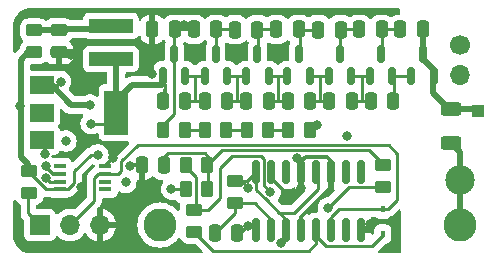
<source format=gtl>
G04 #@! TF.GenerationSoftware,KiCad,Pcbnew,8.99.0-1513-g7fef6e8d83*
G04 #@! TF.CreationDate,2024-06-23T17:30:35+12:00*
G04 #@! TF.ProjectId,SafePulse,53616665-5075-46c7-9365-2e6b69636164,V1.2.4*
G04 #@! TF.SameCoordinates,PX78d49e0PY49c7f08*
G04 #@! TF.FileFunction,Copper,L1,Top*
G04 #@! TF.FilePolarity,Positive*
%FSLAX46Y46*%
G04 Gerber Fmt 4.6, Leading zero omitted, Abs format (unit mm)*
G04 Created by KiCad (PCBNEW 8.99.0-1513-g7fef6e8d83) date 2024-06-23 17:30:35*
%MOMM*%
%LPD*%
G01*
G04 APERTURE LIST*
G04 Aperture macros list*
%AMRoundRect*
0 Rectangle with rounded corners*
0 $1 Rounding radius*
0 $2 $3 $4 $5 $6 $7 $8 $9 X,Y pos of 4 corners*
0 Add a 4 corners polygon primitive as box body*
4,1,4,$2,$3,$4,$5,$6,$7,$8,$9,$2,$3,0*
0 Add four circle primitives for the rounded corners*
1,1,$1+$1,$2,$3*
1,1,$1+$1,$4,$5*
1,1,$1+$1,$6,$7*
1,1,$1+$1,$8,$9*
0 Add four rect primitives between the rounded corners*
20,1,$1+$1,$2,$3,$4,$5,0*
20,1,$1+$1,$4,$5,$6,$7,0*
20,1,$1+$1,$6,$7,$8,$9,0*
20,1,$1+$1,$8,$9,$2,$3,0*%
G04 Aperture macros list end*
G04 #@! TA.AperFunction,SMDPad,CuDef*
%ADD10R,1.075000X0.450000*%
G04 #@! TD*
G04 #@! TA.AperFunction,SMDPad,CuDef*
%ADD11RoundRect,0.250000X-0.250000X-0.475000X0.250000X-0.475000X0.250000X0.475000X-0.250000X0.475000X0*%
G04 #@! TD*
G04 #@! TA.AperFunction,SMDPad,CuDef*
%ADD12RoundRect,0.250000X0.450000X-0.262500X0.450000X0.262500X-0.450000X0.262500X-0.450000X-0.262500X0*%
G04 #@! TD*
G04 #@! TA.AperFunction,ComponentPad*
%ADD13C,1.700000*%
G04 #@! TD*
G04 #@! TA.AperFunction,ComponentPad*
%ADD14O,1.700000X1.700000*%
G04 #@! TD*
G04 #@! TA.AperFunction,ComponentPad*
%ADD15C,2.500000*%
G04 #@! TD*
G04 #@! TA.AperFunction,ComponentPad*
%ADD16C,2.800000*%
G04 #@! TD*
G04 #@! TA.AperFunction,SMDPad,CuDef*
%ADD17RoundRect,0.150000X0.150000X-0.587500X0.150000X0.587500X-0.150000X0.587500X-0.150000X-0.587500X0*%
G04 #@! TD*
G04 #@! TA.AperFunction,SMDPad,CuDef*
%ADD18RoundRect,0.250000X-0.450000X0.262500X-0.450000X-0.262500X0.450000X-0.262500X0.450000X0.262500X0*%
G04 #@! TD*
G04 #@! TA.AperFunction,SMDPad,CuDef*
%ADD19RoundRect,0.250000X0.262500X0.450000X-0.262500X0.450000X-0.262500X-0.450000X0.262500X-0.450000X0*%
G04 #@! TD*
G04 #@! TA.AperFunction,SMDPad,CuDef*
%ADD20RoundRect,0.250000X-0.475000X0.250000X-0.475000X-0.250000X0.475000X-0.250000X0.475000X0.250000X0*%
G04 #@! TD*
G04 #@! TA.AperFunction,ComponentPad*
%ADD21R,1.700000X1.700000*%
G04 #@! TD*
G04 #@! TA.AperFunction,SMDPad,CuDef*
%ADD22RoundRect,0.250000X-0.625000X0.312500X-0.625000X-0.312500X0.625000X-0.312500X0.625000X0.312500X0*%
G04 #@! TD*
G04 #@! TA.AperFunction,SMDPad,CuDef*
%ADD23R,3.700000X1.200000*%
G04 #@! TD*
G04 #@! TA.AperFunction,SMDPad,CuDef*
%ADD24RoundRect,0.250000X-0.262500X-0.450000X0.262500X-0.450000X0.262500X0.450000X-0.262500X0.450000X0*%
G04 #@! TD*
G04 #@! TA.AperFunction,SMDPad,CuDef*
%ADD25RoundRect,0.150000X0.150000X-0.825000X0.150000X0.825000X-0.150000X0.825000X-0.150000X-0.825000X0*%
G04 #@! TD*
G04 #@! TA.AperFunction,SMDPad,CuDef*
%ADD26R,2.000000X1.500000*%
G04 #@! TD*
G04 #@! TA.AperFunction,SMDPad,CuDef*
%ADD27R,2.000000X3.800000*%
G04 #@! TD*
G04 #@! TA.AperFunction,SMDPad,CuDef*
%ADD28R,0.450000X0.600000*%
G04 #@! TD*
G04 #@! TA.AperFunction,SMDPad,CuDef*
%ADD29R,1.000000X1.000000*%
G04 #@! TD*
G04 #@! TA.AperFunction,SMDPad,CuDef*
%ADD30RoundRect,0.250000X0.250000X0.475000X-0.250000X0.475000X-0.250000X-0.475000X0.250000X-0.475000X0*%
G04 #@! TD*
G04 #@! TA.AperFunction,ViaPad*
%ADD31C,0.800000*%
G04 #@! TD*
G04 #@! TA.AperFunction,Conductor*
%ADD32C,0.330200*%
G04 #@! TD*
G04 #@! TA.AperFunction,Conductor*
%ADD33C,0.250000*%
G04 #@! TD*
G04 #@! TA.AperFunction,Conductor*
%ADD34C,0.500000*%
G04 #@! TD*
G04 APERTURE END LIST*
D10*
X7338000Y4825000D03*
X7338000Y5475000D03*
X7338000Y6125000D03*
X7338000Y6775000D03*
X3462000Y6775000D03*
X3462000Y6125000D03*
X3462000Y5475000D03*
X3462000Y4825000D03*
D11*
X19268666Y12315000D03*
X21168666Y12315000D03*
D12*
X900000Y4537500D03*
X900000Y6362500D03*
D13*
X37360000Y17040000D03*
D14*
X37360000Y14500000D03*
D11*
X15748333Y12315000D03*
X17648333Y12315000D03*
D15*
X37360000Y5610000D03*
D16*
X37360000Y1800000D03*
D17*
X29750000Y14427500D03*
X31650000Y14427500D03*
X30700000Y16302500D03*
X15750000Y14427500D03*
X17650000Y14427500D03*
X16700000Y16302500D03*
D11*
X21830000Y18365000D03*
X23730000Y18365000D03*
X22788999Y12315000D03*
X24688999Y12315000D03*
D18*
X30820000Y6845000D03*
X30820000Y5020000D03*
D11*
X18320000Y18355000D03*
X20220000Y18355000D03*
D17*
X12228000Y14451500D03*
X14128000Y14451500D03*
X13178000Y16326500D03*
D19*
X21124498Y9845000D03*
X19299498Y9845000D03*
D12*
X1320000Y16452500D03*
X1320000Y18277500D03*
D19*
X24651499Y9845000D03*
X22826499Y9845000D03*
D18*
X18320000Y5507500D03*
X18320000Y3682500D03*
D11*
X26309332Y12315000D03*
X28209332Y12315000D03*
D17*
X22750000Y14427500D03*
X24650000Y14427500D03*
X23700000Y16302500D03*
D16*
X11960000Y1800000D03*
D17*
X26250000Y14427500D03*
X28150000Y14427500D03*
X27200000Y16302500D03*
D11*
X11330000Y18375000D03*
X13230000Y18375000D03*
D20*
X3400000Y18315000D03*
X3400000Y16415000D03*
D21*
X1800000Y1800000D03*
D14*
X4340000Y1800000D03*
X6880000Y1800000D03*
D22*
X36598000Y11644500D03*
X36598000Y8719500D03*
D11*
X29829665Y12315000D03*
X31729665Y12315000D03*
D19*
X15982500Y4845000D03*
X14157500Y4845000D03*
D11*
X12228000Y12315000D03*
X14128000Y12315000D03*
X25360000Y18355000D03*
X27260000Y18355000D03*
D23*
X7800000Y18665000D03*
X7800000Y15865000D03*
D12*
X14850000Y1237500D03*
X14850000Y3062500D03*
D24*
X12245500Y9845000D03*
X14070500Y9845000D03*
D11*
X32320000Y18365000D03*
X34220000Y18365000D03*
D19*
X17597499Y9845000D03*
X15772499Y9845000D03*
X15982500Y6845000D03*
X14157500Y6845000D03*
D11*
X28840000Y18365000D03*
X30740000Y18365000D03*
D25*
X20125000Y1370000D03*
X21395000Y1370000D03*
X22665000Y1370000D03*
X23935000Y1370000D03*
X25205000Y1370000D03*
X26475000Y1370000D03*
X27745000Y1370000D03*
X29015000Y1370000D03*
X29015000Y6320000D03*
X27745000Y6320000D03*
X26475000Y6320000D03*
X25205000Y6320000D03*
X23935000Y6320000D03*
X22665000Y6320000D03*
X21395000Y6320000D03*
X20125000Y6320000D03*
D26*
X1976000Y13625000D03*
X1976000Y9025000D03*
D27*
X8276000Y11325000D03*
D26*
X1976000Y11325000D03*
D17*
X33250000Y14427500D03*
X35150000Y14427500D03*
X34200000Y16302500D03*
D28*
X30820000Y1045000D03*
X30820000Y3145000D03*
D29*
X38884000Y11452000D03*
D30*
X12320000Y6845000D03*
X10420000Y6845000D03*
D11*
X14830000Y18375000D03*
X16730000Y18375000D03*
D17*
X19268666Y14427500D03*
X21168666Y14427500D03*
X20218666Y16302500D03*
D11*
X16620000Y1095000D03*
X18520000Y1095000D03*
D31*
X19446747Y1733798D03*
X18500000Y16251183D03*
X27800000Y9365000D03*
X23550000Y7463500D03*
X2250000Y7800000D03*
X15000000Y16300000D03*
X22161441Y16315130D03*
X11301303Y14625832D03*
X29750000Y1850000D03*
X7950000Y7450000D03*
X23900000Y4900000D03*
X5300000Y5000000D03*
X9400000Y6800000D03*
X4450000Y16200000D03*
X6150000Y10400000D03*
X100000Y11900000D03*
X12934500Y4848000D03*
X9064700Y5423900D03*
X6700000Y7750000D03*
X19450000Y4950000D03*
X22250000Y251500D03*
X2300000Y6800000D03*
X4000000Y8900000D03*
X2300000Y5800000D03*
X14000000Y18700000D03*
X6030000Y11970000D03*
X3550000Y13950000D03*
X21320000Y4595000D03*
X26219800Y3233400D03*
X25300000Y10300000D03*
D32*
X2250000Y7800000D02*
X2250000Y8751000D01*
X11320000Y14644529D02*
X11320000Y18335000D01*
X23900000Y4900000D02*
X23345000Y4345000D01*
D33*
X2346000Y9025000D02*
X2390000Y9025000D01*
D32*
X26475000Y6320000D02*
X26475000Y5000000D01*
X23935000Y2460000D02*
X23935000Y1370000D01*
X29750000Y1850000D02*
X29270000Y1370000D01*
X19446747Y1733798D02*
X18807949Y1095000D01*
X11301303Y14625832D02*
X11320000Y14644529D01*
D33*
X2346000Y9025000D02*
X2390000Y9025000D01*
D32*
X9445000Y6845000D02*
X10420000Y6845000D01*
X18807949Y1095000D02*
X18520000Y1095000D01*
D33*
X2390000Y9025000D02*
X2727000Y9025000D01*
D32*
X21395000Y5770000D02*
X21395000Y6320000D01*
X7338000Y6838000D02*
X7338000Y6775000D01*
X29270000Y1370000D02*
X29015000Y1370000D01*
X24300000Y7595000D02*
X26130000Y7595000D01*
X22820000Y4345000D02*
X21395000Y5770000D01*
D34*
X4450000Y16200000D02*
X4015000Y16200000D01*
D32*
X11320000Y18335000D02*
X11350000Y18365000D01*
X20125000Y1370000D02*
X20125000Y675000D01*
D33*
X1976000Y9025000D02*
X2346000Y9025000D01*
D34*
X4015000Y16200000D02*
X3800000Y16415000D01*
D33*
X1976000Y9025000D02*
X2346000Y9025000D01*
D32*
X23820000Y1485000D02*
X23935000Y1370000D01*
X20125000Y1370000D02*
X19761202Y1733798D01*
X2250000Y8751000D02*
X1976000Y9025000D01*
X19761202Y1733798D02*
X19446747Y1733798D01*
X11350000Y18365000D02*
X11350000Y18715000D01*
X26130000Y7595000D02*
X26475000Y7250000D01*
X11350000Y18365000D02*
X11350000Y18625000D01*
X23935000Y7230000D02*
X24300000Y7595000D01*
X7950000Y7450000D02*
X7338000Y6838000D01*
X9400000Y6800000D02*
X9445000Y6845000D01*
X26475000Y7250000D02*
X26475000Y6320000D01*
X23345000Y4345000D02*
X22820000Y4345000D01*
X26475000Y5000000D02*
X23935000Y2460000D01*
D33*
X1976000Y9025000D02*
X2346000Y9025000D01*
D32*
X23935000Y6320000D02*
X23935000Y7230000D01*
D33*
X16620000Y1095000D02*
X18320000Y2795000D01*
X21395000Y2270000D02*
X19982500Y3682500D01*
X21395000Y670000D02*
X21395000Y1370000D01*
X18320000Y2795000D02*
X18320000Y3682500D01*
X21395000Y1370000D02*
X21395000Y2270000D01*
X19982500Y3682500D02*
X18320000Y3682500D01*
D34*
X8276000Y13301000D02*
X8276000Y15489000D01*
D33*
X7868000Y15897000D02*
X7800000Y15965000D01*
X12350000Y13335000D02*
X12350000Y12365000D01*
X6150000Y10400000D02*
X7351000Y10400000D01*
X12388000Y13709000D02*
X12388000Y13373000D01*
D34*
X8276000Y11325000D02*
X8276000Y13301000D01*
D33*
X7800000Y15965000D02*
X7909000Y15965000D01*
X12173000Y13639000D02*
X12243000Y13709000D01*
D34*
X9614000Y13639000D02*
X8276000Y12301000D01*
D33*
X6700000Y15965000D02*
X7800000Y15965000D01*
X8276000Y13301000D02*
X8276000Y11325000D01*
D34*
X12173000Y13639000D02*
X9614000Y13639000D01*
D33*
X12388000Y13373000D02*
X12350000Y13335000D01*
X12304000Y13769600D02*
X12304000Y14451500D01*
X12243000Y13709000D02*
X12388000Y13709000D01*
X12388000Y13373000D02*
X12388000Y13037000D01*
X7351000Y10400000D02*
X8276000Y11325000D01*
X12243000Y13709000D02*
X12304000Y13769600D01*
X7868000Y15897000D02*
X7800000Y15965000D01*
X8276000Y15489000D02*
X7868000Y15897000D01*
D34*
X8276000Y12301000D02*
X8276000Y11325000D01*
D33*
X14929500Y12337500D02*
X14907000Y12315000D01*
X15748333Y12315000D02*
X14907000Y12315000D01*
X14929500Y14451500D02*
X15724333Y14451500D01*
X14907000Y12315000D02*
X14128000Y12315000D01*
X15928000Y14506000D02*
X15850000Y14427500D01*
X14929500Y14451500D02*
X14929500Y12337500D01*
X14128000Y14451500D02*
X14929500Y14451500D01*
X15826000Y14451500D02*
X15850000Y14427500D01*
X15724333Y14451500D02*
X15748333Y14427500D01*
X4203623Y4825000D02*
X4700000Y5321377D01*
X1300000Y16452500D02*
X691000Y16452500D01*
X6100000Y7750000D02*
X6700000Y7750000D01*
X12934500Y4848000D02*
X12937500Y4845000D01*
X12937500Y4845000D02*
X14245500Y4845000D01*
X2353623Y4825000D02*
X3462000Y4825000D01*
D34*
X200000Y12000000D02*
X200000Y15809000D01*
D33*
X4700000Y6350000D02*
X6100000Y7750000D01*
X3462000Y4825000D02*
X4203623Y4825000D01*
X4700000Y5321377D02*
X4700000Y6350000D01*
X900000Y6278623D02*
X2353623Y4825000D01*
D34*
X200000Y11800000D02*
X200000Y7600000D01*
X800000Y7000000D02*
X800000Y6712500D01*
X100000Y11900000D02*
X200000Y12000000D01*
X200000Y15809000D02*
X823500Y16432500D01*
X100000Y11900000D02*
X200000Y11800000D01*
D33*
X900000Y6362500D02*
X900000Y6278623D01*
X691000Y16452500D02*
X1300000Y16452500D01*
D34*
X200000Y7600000D02*
X800000Y7000000D01*
X823500Y16432500D02*
X1320000Y16432500D01*
D33*
X18491500Y14427500D02*
X17648333Y14427500D01*
X17648333Y12315000D02*
X18463000Y12315000D01*
X19350000Y12365000D02*
X19388000Y12365000D01*
X19268666Y14427500D02*
X18491500Y14427500D01*
X17800000Y12365000D02*
X17838000Y12365000D01*
X18491500Y14427500D02*
X18491500Y12343500D01*
X18491500Y12343500D02*
X18463000Y12315000D01*
X18463000Y12315000D02*
X19268666Y12315000D01*
X21938500Y14427500D02*
X21938500Y12395500D01*
X21168666Y12315000D02*
X22019000Y12315000D01*
X22019000Y12315000D02*
X22788999Y12315000D01*
X21168666Y14427500D02*
X21938500Y14427500D01*
X21938500Y12395500D02*
X22019000Y12315000D01*
X21938500Y14427500D02*
X22788999Y14427500D01*
X25476500Y14427500D02*
X25476500Y12343500D01*
X24688999Y12315000D02*
X25448000Y12315000D01*
X24688999Y14427500D02*
X25476500Y14427500D01*
X25476500Y14427500D02*
X26309332Y14427500D01*
X25448000Y12315000D02*
X26309332Y12315000D01*
X25476500Y12343500D02*
X25448000Y12315000D01*
X28209332Y12315000D02*
X29079000Y12315000D01*
X29050500Y12343500D02*
X29079000Y12315000D01*
X29050500Y14427500D02*
X29050500Y12343500D01*
X28209332Y14427500D02*
X29050500Y14427500D01*
X29079000Y12315000D02*
X29829665Y12315000D01*
X29050500Y14427500D02*
X29829665Y14427500D01*
X33350000Y14427500D02*
X31750000Y14427500D01*
X31838000Y12365000D02*
X31800000Y12365000D01*
X31750000Y12415500D02*
X31750000Y14427500D01*
X31800000Y12365000D02*
X31750000Y12415500D01*
D34*
X35150000Y14950000D02*
X35150000Y14427500D01*
D33*
X38691500Y11644500D02*
X38884000Y11452000D01*
D34*
X36598000Y11644500D02*
X38691500Y11644500D01*
X34200000Y16302500D02*
X34250000Y16352500D01*
X34200000Y16302500D02*
X34200000Y15900000D01*
D33*
X34300000Y18277500D02*
X34212000Y18364800D01*
D34*
X34200000Y15900000D02*
X35150000Y14950000D01*
X36598000Y11452000D02*
X35100000Y12950000D01*
X34250000Y16352500D02*
X34250000Y18365000D01*
D33*
X35300000Y14477500D02*
X35250000Y14427500D01*
X34250000Y16352500D02*
X34300000Y16302500D01*
D34*
X35100000Y12950000D02*
X35100000Y14277500D01*
D33*
X20945000Y3970000D02*
X22665000Y2250000D01*
X25320000Y4845000D02*
X25320000Y6205000D01*
X18320000Y5507500D02*
X19312500Y5507500D01*
X22250000Y251500D02*
X22665000Y666500D01*
X22570000Y1465000D02*
X22665000Y1370000D01*
X20945000Y3970000D02*
X22070000Y2845000D01*
X23320000Y2845000D02*
X25320000Y4845000D01*
X19312500Y5507500D02*
X20125000Y6320000D01*
X20125000Y6320000D02*
X20125000Y4790000D01*
X25320000Y6205000D02*
X25205000Y6320000D01*
X20125000Y4790000D02*
X20945000Y3970000D01*
X22665000Y2250000D02*
X22665000Y1370000D01*
X18892500Y5507500D02*
X19450000Y4950000D01*
X22665000Y666500D02*
X22665000Y1370000D01*
X22070000Y2845000D02*
X23320000Y2845000D01*
X18320000Y5507500D02*
X18892500Y5507500D01*
D34*
X37360000Y7957500D02*
X37360000Y5610000D01*
X36598000Y8719500D02*
X37360000Y7957500D01*
X37360000Y5610000D02*
X37360000Y1800000D01*
D33*
X17820000Y9845000D02*
X17820500Y9845000D01*
X17820500Y9845000D02*
X19657500Y9845000D01*
X19657500Y9845000D02*
X19658000Y9845000D01*
X16070000Y6932500D02*
X15982500Y6845000D01*
X15982000Y6845000D02*
X15982300Y6844800D01*
X12320000Y6845000D02*
X12320000Y7595000D01*
X30820000Y6845000D02*
X30820000Y6995000D01*
X16070000Y7595000D02*
X16070000Y6932500D01*
X15750000Y7915000D02*
X16070000Y7595000D01*
X16070000Y6757500D02*
X16070000Y5889000D01*
X30820000Y6995000D02*
X29700000Y8115000D01*
X17252000Y8115000D02*
X15982000Y6845000D01*
X12320000Y7595000D02*
X12640000Y7915000D01*
X16070000Y5801300D02*
X16070000Y4845000D01*
X12640000Y7915000D02*
X15750000Y7915000D01*
X15982300Y6844800D02*
X16070000Y6757500D01*
X15982500Y6845000D02*
X15982300Y6844800D01*
X29700000Y8115000D02*
X17252000Y8115000D01*
X15995000Y9845000D02*
X15995500Y9845000D01*
X14070000Y9845000D02*
X14070500Y9845000D01*
X14070500Y9845000D02*
X15995000Y9845000D01*
D34*
X7100000Y18365000D02*
X7200000Y18465000D01*
X3800000Y18115000D02*
X4050000Y18365000D01*
D33*
X3762000Y18277500D02*
X3800000Y18315000D01*
D34*
X3800000Y18315000D02*
X3800000Y18115000D01*
X4050000Y18365000D02*
X7100000Y18365000D01*
X1300000Y18277500D02*
X3762000Y18277500D01*
D33*
X7350000Y18315000D02*
X7800000Y18765000D01*
X31320000Y8595000D02*
X32070000Y7845000D01*
X6400000Y5802522D02*
X6400000Y3850000D01*
X8425000Y6125000D02*
X8700000Y6400000D01*
X6400000Y3850000D02*
X6390000Y3850000D01*
X31297300Y3145000D02*
X30820000Y3145000D01*
X8700000Y7200000D02*
X10095000Y8595000D01*
X27120000Y3145000D02*
X26475000Y2500000D01*
X10095000Y8595000D02*
X31320000Y8595000D01*
X7338000Y6125000D02*
X6722478Y6125000D01*
X4525000Y1800000D02*
X4340000Y1800000D01*
X6722478Y6125000D02*
X6400000Y5802522D01*
X6390000Y3850000D02*
X4340000Y1800000D01*
X32070000Y3917700D02*
X31297300Y3145000D01*
X30820000Y3145000D02*
X27120000Y3145000D01*
X32070000Y7845000D02*
X32070000Y3917700D01*
X7338000Y6125000D02*
X8425000Y6125000D01*
X26475000Y2500000D02*
X26475000Y1370000D01*
X8700000Y6400000D02*
X8700000Y7200000D01*
X14850000Y1237500D02*
X16487500Y-400000D01*
X26050000Y0D02*
X25205000Y845000D01*
X30820000Y920000D02*
X29900000Y0D01*
X24550000Y-400000D02*
X25205000Y255000D01*
X16487500Y-400000D02*
X24550000Y-400000D01*
X30820000Y1045000D02*
X30820000Y920000D01*
X25205000Y255000D02*
X25205000Y1370000D01*
X29900000Y0D02*
X26050000Y0D01*
X30800000Y1025000D02*
X30820000Y1045000D01*
X25205000Y845000D02*
X25205000Y1370000D01*
X1800000Y2115000D02*
X1800000Y1800000D01*
X800000Y4887500D02*
X800000Y2800000D01*
X800000Y2800000D02*
X1800000Y1800000D01*
X2896377Y6125000D02*
X3462000Y6125000D01*
X2300000Y6721377D02*
X2896377Y6125000D01*
X2300000Y6800000D02*
X2300000Y6721377D01*
X2625000Y5475000D02*
X2300000Y5800000D01*
X3462000Y5475000D02*
X2625000Y5475000D01*
X21482000Y9845000D02*
X21482500Y9845000D01*
X21124498Y9845000D02*
X22826499Y9845000D01*
X14869000Y18365000D02*
X14888000Y18365000D01*
X14840000Y18365000D02*
X14850000Y18365000D01*
X14850000Y18365000D02*
X14869000Y18365000D01*
X12245500Y9845000D02*
X12245500Y10245500D01*
X13178000Y16326500D02*
X13178000Y18323000D01*
X13320000Y16260500D02*
X13254000Y16326500D01*
X12245000Y10057500D02*
X12245000Y10270000D01*
X12245000Y10057500D02*
X12245500Y10057000D01*
X12245000Y9845000D02*
X12245000Y10057500D01*
X13212000Y18365000D02*
X13250000Y18365000D01*
X12245500Y10057000D02*
X12245500Y9845000D01*
X13178000Y18323000D02*
X13230000Y18375000D01*
X13250000Y18365000D02*
X14850000Y18365000D01*
X13254000Y16785400D02*
X13212000Y16827400D01*
X14888000Y18365000D02*
X15163000Y18365000D01*
X13178000Y11178000D02*
X13178000Y16326500D01*
X15050000Y18165000D02*
X14850000Y18365000D01*
X12245500Y10245500D02*
X13178000Y11178000D01*
X13254000Y16326500D02*
X13254000Y16785400D01*
X16750000Y18365000D02*
X18350000Y18365000D01*
X16712000Y16390000D02*
X16712000Y18365000D01*
X18350000Y18365000D02*
X18388000Y18365000D01*
X16800000Y16302500D02*
X16712000Y16390000D01*
X16712000Y18365000D02*
X16750000Y18365000D01*
X20300000Y16302500D02*
X20300000Y18277500D01*
X20388000Y18365000D02*
X20300000Y18277500D01*
X20300000Y18277500D02*
X20231100Y18345900D01*
X20231100Y18345900D02*
X20212000Y18364800D01*
X21888000Y18365000D02*
X21850000Y18365000D01*
X20250000Y18365000D02*
X20231100Y18346100D01*
X21850000Y18365000D02*
X20388000Y18365000D01*
X20231100Y18346100D02*
X20231100Y18345900D01*
X3225000Y13625000D02*
X3550000Y13950000D01*
X2077000Y13625000D02*
X1976000Y13625000D01*
D34*
X4445000Y11970000D02*
X6030000Y11970000D01*
D33*
X2790000Y13625000D02*
X2077000Y13625000D01*
D34*
X2790000Y13625000D02*
X4445000Y11970000D01*
D33*
X2077000Y13625000D02*
X1976000Y13625000D01*
X1976000Y13625000D02*
X3225000Y13625000D01*
X23750000Y18365000D02*
X23800000Y18315000D01*
X25300000Y18277500D02*
X25368900Y18345900D01*
X25368900Y18345900D02*
X25388000Y18364800D01*
X25350000Y18365000D02*
X25368900Y18346100D01*
X23800000Y16302500D02*
X23800000Y18277500D01*
X23800000Y18277500D02*
X25300000Y18277500D01*
X25368900Y18346100D02*
X25368900Y18345900D01*
X23800000Y18315000D02*
X23800000Y18277500D01*
X28938000Y18365000D02*
X28976000Y18365000D01*
X27300000Y16302500D02*
X27212000Y16390000D01*
X27212000Y16390000D02*
X27212000Y18365000D01*
X27212000Y18365000D02*
X27250000Y18365000D01*
X27250000Y18365000D02*
X28938000Y18365000D01*
X14850000Y3062500D02*
X16062500Y3062500D01*
X17070000Y6635000D02*
X18100000Y7665000D01*
X18100000Y7665000D02*
X20500000Y7665000D01*
X15050000Y5865000D02*
X15050000Y2777500D01*
X20750000Y5165000D02*
X21320000Y4595000D01*
X15050000Y2777500D02*
X15070000Y2757500D01*
X14157500Y6757500D02*
X15050000Y5865000D01*
X16062500Y3062500D02*
X17070000Y4070000D01*
X17070000Y4070000D02*
X17070000Y6635000D01*
X14157500Y6845000D02*
X14157500Y6757500D01*
X20500000Y7665000D02*
X20750000Y7415000D01*
X20750000Y7415000D02*
X20750000Y5165000D01*
X30838000Y18365000D02*
X30800000Y18365000D01*
X30800000Y18365000D02*
X30800000Y16302500D01*
X32388000Y18365000D02*
X32350000Y18365000D01*
X32350000Y18365000D02*
X30838000Y18365000D01*
X28006400Y5020000D02*
X30820000Y5020000D01*
X26219800Y3233400D02*
X28006400Y5020000D01*
X25300000Y10250000D02*
X25232500Y10182500D01*
X25300000Y10300000D02*
X25300000Y10250000D01*
G04 #@! TA.AperFunction,Conductor*
G36*
X10616121Y7078998D02*
G01*
X10662614Y7025342D01*
X10674000Y6973000D01*
X10674000Y5612000D01*
X10720517Y5612000D01*
X10720516Y5612001D01*
X10824318Y5622606D01*
X10824321Y5622607D01*
X10992525Y5678343D01*
X11143339Y5771366D01*
X11143345Y5771371D01*
X11268624Y5896650D01*
X11270832Y5899442D01*
X11272837Y5900863D01*
X11273825Y5901850D01*
X11273993Y5901682D01*
X11328768Y5940478D01*
X11399693Y5943677D01*
X11461088Y5908024D01*
X11468515Y5899453D01*
X11470974Y5896343D01*
X11596341Y5770976D01*
X11596347Y5770971D01*
X11596348Y5770970D01*
X11747262Y5677885D01*
X11915574Y5622113D01*
X12019455Y5611500D01*
X12116452Y5611501D01*
X12184571Y5591500D01*
X12231064Y5537844D01*
X12241169Y5467571D01*
X12211676Y5402989D01*
X12210090Y5401193D01*
X12195461Y5384946D01*
X12195458Y5384942D01*
X12099976Y5219562D01*
X12099973Y5219555D01*
X12040957Y5037928D01*
X12020996Y4848000D01*
X12040957Y4658073D01*
X12071026Y4565530D01*
X12099973Y4476444D01*
X12099976Y4476439D01*
X12195458Y4311059D01*
X12195465Y4311049D01*
X12323244Y4169136D01*
X12356767Y4144780D01*
X12477748Y4056882D01*
X12652212Y3979206D01*
X12839013Y3939500D01*
X13029991Y3939500D01*
X13138235Y3962510D01*
X13168894Y3969026D01*
X13239685Y3963625D01*
X13290605Y3926363D01*
X13290780Y3926537D01*
X13291909Y3925408D01*
X13293927Y3923931D01*
X13295971Y3921346D01*
X13421341Y3795976D01*
X13421347Y3795971D01*
X13421348Y3795970D01*
X13572262Y3702885D01*
X13591329Y3696567D01*
X13649700Y3656153D01*
X13676955Y3590596D01*
X13671300Y3537332D01*
X13652114Y3479431D01*
X13652112Y3479421D01*
X13641500Y3375554D01*
X13641500Y3117015D01*
X13621498Y3048894D01*
X13567842Y3002401D01*
X13497568Y2992297D01*
X13432988Y3021791D01*
X13414632Y3041506D01*
X13406036Y3052989D01*
X13406028Y3052998D01*
X13212997Y3246029D01*
X13212988Y3246037D01*
X12994452Y3409631D01*
X12994450Y3409632D01*
X12994449Y3409633D01*
X12754845Y3540467D01*
X12754844Y3540468D01*
X12499052Y3635873D01*
X12232304Y3693900D01*
X12232306Y3693900D01*
X11960000Y3713375D01*
X11687694Y3693900D01*
X11420948Y3635873D01*
X11420947Y3635873D01*
X11165156Y3540468D01*
X10925547Y3409631D01*
X10707011Y3246037D01*
X10707002Y3246029D01*
X10513971Y3052998D01*
X10513963Y3052989D01*
X10350369Y2834453D01*
X10219532Y2594844D01*
X10124127Y2339053D01*
X10124127Y2339052D01*
X10066100Y2072306D01*
X10046625Y1800000D01*
X10066100Y1527695D01*
X10124127Y1260949D01*
X10124127Y1260948D01*
X10190720Y1082404D01*
X10219533Y1005155D01*
X10333144Y797092D01*
X10350369Y765548D01*
X10513963Y547012D01*
X10513966Y547009D01*
X10513968Y547006D01*
X10707006Y353968D01*
X10707009Y353966D01*
X10707011Y353964D01*
X10867932Y233500D01*
X10925551Y190367D01*
X11165155Y59533D01*
X11420940Y-35870D01*
X11420943Y-35870D01*
X11420947Y-35872D01*
X11575322Y-69454D01*
X11687698Y-93900D01*
X11960000Y-113375D01*
X12232302Y-93900D01*
X12499051Y-35872D01*
X12499052Y-35872D01*
X12499053Y-35871D01*
X12499060Y-35870D01*
X12754845Y59533D01*
X12994449Y190367D01*
X13212994Y353968D01*
X13406032Y547006D01*
X13496189Y667443D01*
X13553023Y709988D01*
X13623839Y715053D01*
X13686151Y681028D01*
X13704297Y658079D01*
X13800970Y501348D01*
X13800975Y501342D01*
X13926341Y375976D01*
X13926347Y375971D01*
X13926348Y375970D01*
X14077262Y282885D01*
X14245574Y227113D01*
X14349455Y216500D01*
X14922904Y216501D01*
X14991025Y196499D01*
X15012000Y179596D01*
X15566000Y-374405D01*
X15600025Y-436717D01*
X15594960Y-507533D01*
X15552413Y-564368D01*
X15485893Y-589179D01*
X15476904Y-589500D01*
X1042501Y-589500D01*
X1033512Y-589179D01*
X835013Y-574982D01*
X817219Y-572423D01*
X627165Y-531079D01*
X609916Y-526015D01*
X427678Y-458044D01*
X411324Y-450575D01*
X240624Y-357365D01*
X225501Y-347646D01*
X69796Y-231087D01*
X56210Y-219314D01*
X-81315Y-81789D01*
X-93088Y-68203D01*
X-209649Y87505D01*
X-219366Y102625D01*
X-312579Y273330D01*
X-320045Y289679D01*
X-388016Y471917D01*
X-393080Y489166D01*
X-434424Y679220D01*
X-436982Y697004D01*
X-449990Y878893D01*
X-451179Y895513D01*
X-451500Y904501D01*
X-451500Y3847440D01*
X-431498Y3915561D01*
X-377842Y3962054D01*
X-307568Y3972158D01*
X-242988Y3942664D01*
X-218263Y3913592D01*
X-177460Y3847440D01*
X-149030Y3801348D01*
X-149025Y3801342D01*
X-23659Y3675976D01*
X-23653Y3675971D01*
X-23652Y3675970D01*
X106648Y3595600D01*
X154125Y3542815D01*
X166500Y3488360D01*
X166500Y2737604D01*
X170191Y2719051D01*
X190845Y2615215D01*
X238600Y2499925D01*
X307929Y2396167D01*
X307931Y2396165D01*
X404595Y2299501D01*
X438621Y2237189D01*
X441500Y2210406D01*
X441500Y901351D01*
X448009Y840804D01*
X448011Y840796D01*
X499110Y703798D01*
X499112Y703793D01*
X586738Y586739D01*
X703792Y499113D01*
X703794Y499112D01*
X703796Y499111D01*
X757600Y479043D01*
X840795Y448012D01*
X840803Y448010D01*
X901350Y441501D01*
X901355Y441501D01*
X901362Y441500D01*
X901368Y441500D01*
X2698632Y441500D01*
X2698638Y441500D01*
X2698645Y441501D01*
X2698649Y441501D01*
X2759196Y448010D01*
X2759199Y448011D01*
X2759201Y448011D01*
X2896204Y499111D01*
X2899185Y501342D01*
X3013261Y586739D01*
X3100886Y703792D01*
X3100885Y703792D01*
X3100889Y703796D01*
X3144999Y822061D01*
X3187545Y878893D01*
X3254066Y903704D01*
X3323440Y888612D01*
X3355753Y863365D01*
X3376529Y840796D01*
X3416762Y797092D01*
X3423347Y791967D01*
X3594424Y658811D01*
X3792426Y551658D01*
X3792427Y551658D01*
X3792428Y551657D01*
X3904227Y513277D01*
X4005365Y478556D01*
X4227431Y441500D01*
X4227435Y441500D01*
X4452565Y441500D01*
X4452569Y441500D01*
X4674635Y478556D01*
X4887574Y551658D01*
X5085576Y658811D01*
X5263240Y797094D01*
X5415722Y962732D01*
X5504816Y1099102D01*
X5558819Y1145190D01*
X5629167Y1154765D01*
X5693524Y1124788D01*
X5715782Y1099102D01*
X5804674Y963042D01*
X5957097Y797466D01*
X6134698Y659233D01*
X6134699Y659232D01*
X6332628Y552118D01*
X6332630Y552117D01*
X6545483Y479045D01*
X6545492Y479043D01*
X6626000Y465609D01*
X6626000Y1369298D01*
X6687007Y1334075D01*
X6814174Y1300000D01*
X6945826Y1300000D01*
X7072993Y1334075D01*
X7134000Y1369298D01*
X7134000Y465610D01*
X7214507Y479043D01*
X7214516Y479045D01*
X7427369Y552117D01*
X7427371Y552118D01*
X7625300Y659232D01*
X7625301Y659233D01*
X7802902Y797466D01*
X7955325Y963042D01*
X8078419Y1151452D01*
X8168820Y1357544D01*
X8168823Y1357551D01*
X8216544Y1546000D01*
X7310703Y1546000D01*
X7345925Y1607007D01*
X7380000Y1734174D01*
X7380000Y1865826D01*
X7345925Y1992993D01*
X7310703Y2054000D01*
X8216544Y2054000D01*
X8216544Y2054001D01*
X8168823Y2242450D01*
X8168820Y2242457D01*
X8078419Y2448549D01*
X7955325Y2636959D01*
X7802902Y2802535D01*
X7625301Y2940768D01*
X7625300Y2940769D01*
X7427371Y3047883D01*
X7427369Y3047884D01*
X7214512Y3120957D01*
X7214501Y3120960D01*
X7134000Y3134394D01*
X7134000Y2230703D01*
X7072993Y2265925D01*
X6945826Y2300000D01*
X6814174Y2300000D01*
X6687007Y2265925D01*
X6626000Y2230703D01*
X6626000Y3137906D01*
X6646002Y3206027D01*
X6662905Y3227001D01*
X6764922Y3329018D01*
X6784010Y3344685D01*
X6803833Y3357929D01*
X6892071Y3446167D01*
X6961400Y3549925D01*
X7009155Y3665215D01*
X7033500Y3787606D01*
X7033500Y3965500D01*
X7053502Y4033621D01*
X7107158Y4080114D01*
X7159500Y4091500D01*
X7924132Y4091500D01*
X7924138Y4091500D01*
X7924145Y4091501D01*
X7924149Y4091501D01*
X7984696Y4098010D01*
X7984699Y4098011D01*
X7984701Y4098011D01*
X8121704Y4149111D01*
X8134208Y4158471D01*
X8238761Y4236739D01*
X8326387Y4353793D01*
X8326387Y4353794D01*
X8326389Y4353796D01*
X8377489Y4490799D01*
X8384000Y4551362D01*
X8384000Y4551370D01*
X8384180Y4554728D01*
X8385889Y4554637D01*
X8404002Y4616323D01*
X8457658Y4662816D01*
X8527932Y4672920D01*
X8584058Y4650139D01*
X8607948Y4632782D01*
X8782412Y4555106D01*
X8969213Y4515400D01*
X9160187Y4515400D01*
X9346988Y4555106D01*
X9521452Y4632782D01*
X9675953Y4745034D01*
X9751117Y4828512D01*
X9803734Y4886949D01*
X9803735Y4886951D01*
X9803740Y4886956D01*
X9899227Y5052344D01*
X9958242Y5233972D01*
X9978204Y5423900D01*
X9972901Y5474350D01*
X9985673Y5544185D01*
X10034174Y5596032D01*
X10103007Y5613427D01*
X10111019Y5612865D01*
X10119485Y5612000D01*
X10166000Y5612000D01*
X10166000Y6973000D01*
X10186002Y7041121D01*
X10239658Y7087614D01*
X10292000Y7099000D01*
X10548000Y7099000D01*
X10616121Y7078998D01*
G37*
G04 #@! TD.AperFunction*
G04 #@! TA.AperFunction,Conductor*
G36*
X32275517Y3123147D02*
G01*
X32332353Y3080600D01*
X32357164Y3014080D01*
X32357484Y3005684D01*
X32361230Y2210406D01*
X32370108Y325087D01*
X32373819Y-462909D01*
X32354139Y-531121D01*
X32300703Y-577866D01*
X32247821Y-589500D01*
X30510594Y-589500D01*
X30442473Y-569498D01*
X30395980Y-515842D01*
X30385876Y-445568D01*
X30415370Y-380988D01*
X30421499Y-374405D01*
X30995499Y199595D01*
X31057811Y233621D01*
X31084594Y236500D01*
X31093632Y236500D01*
X31093638Y236500D01*
X31093645Y236501D01*
X31093649Y236501D01*
X31154196Y243010D01*
X31154199Y243011D01*
X31154201Y243011D01*
X31291204Y294111D01*
X31295414Y297262D01*
X31408261Y381739D01*
X31495887Y498793D01*
X31495887Y498794D01*
X31495889Y498796D01*
X31546989Y635799D01*
X31549385Y658079D01*
X31553499Y696351D01*
X31553500Y696368D01*
X31553500Y1393633D01*
X31553499Y1393650D01*
X31546990Y1454197D01*
X31546988Y1454205D01*
X31512749Y1546000D01*
X31495889Y1591204D01*
X31495888Y1591206D01*
X31495887Y1591208D01*
X31408261Y1708262D01*
X31291207Y1795888D01*
X31291202Y1795890D01*
X31154204Y1846989D01*
X31154196Y1846991D01*
X31093649Y1853500D01*
X31093638Y1853500D01*
X30546362Y1853500D01*
X30546350Y1853500D01*
X30485803Y1846991D01*
X30485795Y1846989D01*
X30348797Y1795890D01*
X30348792Y1795888D01*
X30231738Y1708262D01*
X30144112Y1591208D01*
X30144110Y1591203D01*
X30093011Y1454205D01*
X30093009Y1454197D01*
X30086500Y1393650D01*
X30086500Y1134596D01*
X30066498Y1066475D01*
X30049592Y1045497D01*
X30038091Y1033997D01*
X29975777Y999974D01*
X29904961Y1005042D01*
X29848128Y1047591D01*
X29823320Y1114113D01*
X29823261Y1115740D01*
X29823001Y1116000D01*
X28887000Y1116000D01*
X28818879Y1136002D01*
X28772386Y1189658D01*
X28761000Y1242000D01*
X28761000Y1498000D01*
X28781002Y1566121D01*
X28834658Y1612614D01*
X28887000Y1624000D01*
X29822999Y1624000D01*
X29822999Y2261457D01*
X29820065Y2298751D01*
X29805075Y2350347D01*
X29805278Y2421344D01*
X29843832Y2480960D01*
X29908497Y2510268D01*
X29926072Y2511500D01*
X30150046Y2511500D01*
X30218167Y2491498D01*
X30225555Y2486368D01*
X30348792Y2394113D01*
X30348794Y2394112D01*
X30348796Y2394111D01*
X30407875Y2372076D01*
X30485795Y2343012D01*
X30485803Y2343010D01*
X30546350Y2336501D01*
X30546355Y2336501D01*
X30546362Y2336500D01*
X30546368Y2336500D01*
X31093632Y2336500D01*
X31093638Y2336500D01*
X31093645Y2336501D01*
X31093649Y2336501D01*
X31154196Y2343010D01*
X31154199Y2343011D01*
X31154201Y2343011D01*
X31291204Y2394111D01*
X31293951Y2396167D01*
X31395828Y2472432D01*
X31408261Y2481739D01*
X31414213Y2489691D01*
X31471045Y2532239D01*
X31478517Y2534763D01*
X31482076Y2535844D01*
X31482085Y2535845D01*
X31597375Y2583600D01*
X31701133Y2652929D01*
X32142391Y3094188D01*
X32204702Y3128211D01*
X32275517Y3123147D01*
G37*
G04 #@! TD.AperFunction*
G04 #@! TA.AperFunction,Conductor*
G36*
X25400924Y3925854D02*
G01*
X25457759Y3883307D01*
X25482570Y3816787D01*
X25467479Y3747413D01*
X25466010Y3744798D01*
X25403121Y3635870D01*
X25385273Y3604956D01*
X25380607Y3590596D01*
X25326257Y3423328D01*
X25306296Y3233400D01*
X25326257Y3043471D01*
X25334392Y3018436D01*
X25336419Y2947468D01*
X25299757Y2886670D01*
X25236044Y2855345D01*
X25214559Y2853500D01*
X24988489Y2853500D01*
X24951171Y2850563D01*
X24951170Y2850563D01*
X24815885Y2811259D01*
X24800232Y2806711D01*
X24791396Y2804144D01*
X24648186Y2719449D01*
X24646802Y2718375D01*
X24645520Y2717873D01*
X24641371Y2715418D01*
X24640974Y2716088D01*
X24580713Y2692436D01*
X24511093Y2706345D01*
X24492362Y2718384D01*
X24491498Y2719054D01*
X24378995Y2785588D01*
X24330542Y2837481D01*
X24317837Y2907332D01*
X24344912Y2972963D01*
X24354012Y2983109D01*
X25267800Y3896897D01*
X25330108Y3930919D01*
X25400924Y3925854D01*
G37*
G04 #@! TD.AperFunction*
G04 #@! TA.AperFunction,Conductor*
G36*
X6288527Y6938458D02*
G01*
X6295743Y6935509D01*
X6382412Y6896922D01*
X6436508Y6850942D01*
X6457158Y6783015D01*
X6437806Y6714707D01*
X6432029Y6706302D01*
X6424782Y6696622D01*
X6393920Y6667371D01*
X6318648Y6617075D01*
X6318645Y6617073D01*
X5996167Y6294593D01*
X5907927Y6206353D01*
X5907926Y6206351D01*
X5853236Y6124501D01*
X5838600Y6102597D01*
X5790845Y5987307D01*
X5781530Y5940478D01*
X5766500Y5864919D01*
X5766500Y4174595D01*
X5746498Y4106474D01*
X5729599Y4085505D01*
X5261720Y3617625D01*
X4797794Y3153699D01*
X4735482Y3119674D01*
X4679781Y3120618D01*
X4679776Y3120586D01*
X4679563Y3120622D01*
X4677764Y3120652D01*
X4674642Y3121443D01*
X4597029Y3134394D01*
X4452569Y3158500D01*
X4227431Y3158500D01*
X4082971Y3134394D01*
X4005369Y3121445D01*
X4005360Y3121443D01*
X3792428Y3048344D01*
X3792426Y3048342D01*
X3594426Y2941190D01*
X3594424Y2941189D01*
X3416762Y2802909D01*
X3355754Y2736637D01*
X3294901Y2700067D01*
X3223936Y2702202D01*
X3165391Y2742364D01*
X3144999Y2777943D01*
X3113705Y2861844D01*
X3100889Y2896204D01*
X3100888Y2896206D01*
X3100887Y2896208D01*
X3013261Y3013262D01*
X2896207Y3100888D01*
X2896202Y3100890D01*
X2759204Y3151989D01*
X2759196Y3151991D01*
X2698649Y3158500D01*
X2698638Y3158500D01*
X1559500Y3158500D01*
X1491379Y3178502D01*
X1444886Y3232158D01*
X1433500Y3284500D01*
X1433500Y3412625D01*
X1453502Y3480746D01*
X1507158Y3527239D01*
X1519868Y3532230D01*
X1544729Y3540468D01*
X1672738Y3582885D01*
X1823652Y3675970D01*
X1949030Y3801348D01*
X2042115Y3952262D01*
X2096879Y4117535D01*
X2137292Y4175904D01*
X2202848Y4203160D01*
X2241059Y4201480D01*
X2291229Y4191500D01*
X2416016Y4191500D01*
X2579734Y4191500D01*
X2647855Y4171498D01*
X2655235Y4166374D01*
X2665786Y4158476D01*
X2678296Y4149111D01*
X2815295Y4098012D01*
X2815303Y4098010D01*
X2875850Y4091501D01*
X2875855Y4091501D01*
X2875862Y4091500D01*
X2875868Y4091500D01*
X4048132Y4091500D01*
X4048138Y4091500D01*
X4048145Y4091501D01*
X4048149Y4091501D01*
X4108696Y4098010D01*
X4108699Y4098011D01*
X4108701Y4098011D01*
X4245704Y4149111D01*
X4292582Y4184205D01*
X4343508Y4206915D01*
X4388408Y4215845D01*
X4503698Y4263600D01*
X4607456Y4332929D01*
X5192071Y4917544D01*
X5261400Y5021302D01*
X5309155Y5136592D01*
X5333500Y5258983D01*
X5333500Y5383771D01*
X5333500Y6035406D01*
X5353502Y6103527D01*
X5370400Y6124497D01*
X6155401Y6909499D01*
X6217712Y6943522D01*
X6288527Y6938458D01*
G37*
G04 #@! TD.AperFunction*
G04 #@! TA.AperFunction,Conductor*
G36*
X24131121Y6553998D02*
G01*
X24177614Y6500342D01*
X24189000Y6448000D01*
X24189000Y4840008D01*
X24204310Y4828512D01*
X24246776Y4771615D01*
X24251739Y4700793D01*
X24217752Y4638657D01*
X23094501Y3515405D01*
X23032189Y3481380D01*
X23005406Y3478500D01*
X22384594Y3478500D01*
X22316473Y3498502D01*
X22295499Y3515405D01*
X21998515Y3812389D01*
X21964489Y3874701D01*
X21969554Y3945516D01*
X21993971Y3985790D01*
X22059040Y4058056D01*
X22154527Y4223444D01*
X22213542Y4405072D01*
X22233504Y4595000D01*
X22221007Y4713901D01*
X22233779Y4783738D01*
X22282281Y4835585D01*
X22351114Y4852979D01*
X22381463Y4848069D01*
X22411169Y4839438D01*
X22448488Y4836501D01*
X22448489Y4836500D01*
X22448498Y4836500D01*
X22881511Y4836500D01*
X22881511Y4836501D01*
X22918831Y4839438D01*
X23078601Y4885855D01*
X23078603Y4885857D01*
X23078605Y4885857D01*
X23194548Y4954426D01*
X23221807Y4970547D01*
X23221815Y4970556D01*
X23223176Y4971610D01*
X23224454Y4972113D01*
X23228631Y4974582D01*
X23229029Y4973909D01*
X23289259Y4997563D01*
X23358883Y4983668D01*
X23377639Y4971615D01*
X23378500Y4970948D01*
X23521600Y4886319D01*
X23681000Y4840009D01*
X23681000Y6448000D01*
X23701002Y6516121D01*
X23754658Y6562614D01*
X23807000Y6574000D01*
X24063000Y6574000D01*
X24131121Y6553998D01*
G37*
G04 #@! TD.AperFunction*
G04 #@! TA.AperFunction,Conductor*
G36*
X26671121Y6553998D02*
G01*
X26717614Y6500342D01*
X26729000Y6448000D01*
X26729000Y4839404D01*
X26770440Y4783881D01*
X26775404Y4713058D01*
X26741418Y4650922D01*
X26269299Y4178804D01*
X26206989Y4144780D01*
X26180206Y4141900D01*
X26124313Y4141900D01*
X25937511Y4102194D01*
X25763046Y4024517D01*
X25763044Y4024516D01*
X25713902Y3988813D01*
X25647034Y3964955D01*
X25577883Y3981037D01*
X25528403Y4031952D01*
X25514305Y4101535D01*
X25540065Y4167693D01*
X25550733Y4179830D01*
X25812071Y4441167D01*
X25881400Y4544925D01*
X25929155Y4660215D01*
X25952106Y4775600D01*
X25985014Y4838508D01*
X26046709Y4873640D01*
X26110839Y4872014D01*
X26221000Y4840009D01*
X26221000Y6448000D01*
X26241002Y6516121D01*
X26294658Y6562614D01*
X26347000Y6574000D01*
X26603000Y6574000D01*
X26671121Y6553998D01*
G37*
G04 #@! TD.AperFunction*
G04 #@! TA.AperFunction,Conductor*
G36*
X3693012Y11648853D02*
G01*
X3699595Y11642724D01*
X3855834Y11486485D01*
X3855835Y11486484D01*
X3961484Y11380835D01*
X4041328Y11327485D01*
X4085716Y11297826D01*
X4085718Y11297825D01*
X4155804Y11268795D01*
X4155806Y11268793D01*
X4206391Y11247841D01*
X4223753Y11240649D01*
X4263841Y11232675D01*
X4370294Y11211500D01*
X4370295Y11211500D01*
X4519705Y11211500D01*
X5375171Y11211500D01*
X5443292Y11191498D01*
X5489785Y11137842D01*
X5499889Y11067568D01*
X5470395Y11002988D01*
X5468837Y11001224D01*
X5448876Y10979054D01*
X5410961Y10936946D01*
X5410958Y10936942D01*
X5315476Y10771562D01*
X5315473Y10771556D01*
X5300999Y10727014D01*
X5256457Y10589928D01*
X5236496Y10400000D01*
X5256457Y10210073D01*
X5270910Y10165594D01*
X5315473Y10028444D01*
X5315476Y10028439D01*
X5410958Y9863059D01*
X5410965Y9863049D01*
X5538744Y9721136D01*
X5538747Y9721134D01*
X5693248Y9608882D01*
X5867712Y9531206D01*
X6054513Y9491500D01*
X6245487Y9491500D01*
X6432288Y9531206D01*
X6590253Y9601537D01*
X6660618Y9610970D01*
X6724915Y9580864D01*
X6762729Y9520775D01*
X6767500Y9486429D01*
X6767500Y9376351D01*
X6774009Y9315804D01*
X6774011Y9315796D01*
X6825110Y9178798D01*
X6825112Y9178793D01*
X6912738Y9061739D01*
X7029792Y8974113D01*
X7029794Y8974112D01*
X7029796Y8974111D01*
X7088875Y8952076D01*
X7166795Y8923012D01*
X7166803Y8923010D01*
X7227350Y8916501D01*
X7227355Y8916501D01*
X7227362Y8916500D01*
X7227368Y8916500D01*
X9216406Y8916500D01*
X9284527Y8896498D01*
X9331020Y8842842D01*
X9341124Y8772568D01*
X9311630Y8707988D01*
X9305501Y8701405D01*
X8207931Y7603836D01*
X8207925Y7603829D01*
X8164023Y7538124D01*
X8109546Y7492596D01*
X8039102Y7483749D01*
X8015227Y7490070D01*
X7984595Y7501495D01*
X7984596Y7501495D01*
X7924097Y7508000D01*
X7728006Y7508000D01*
X7659885Y7528002D01*
X7613392Y7581658D01*
X7602696Y7647170D01*
X7604969Y7668794D01*
X7613504Y7750000D01*
X7593542Y7939928D01*
X7534527Y8121556D01*
X7439040Y8286944D01*
X7439038Y8286946D01*
X7439034Y8286952D01*
X7311255Y8428865D01*
X7156752Y8541118D01*
X6982288Y8618794D01*
X6795487Y8658500D01*
X6604513Y8658500D01*
X6417711Y8618794D01*
X6243247Y8541118D01*
X6088743Y8428864D01*
X6078144Y8417093D01*
X6017696Y8379857D01*
X6009096Y8377830D01*
X5931518Y8362398D01*
X5915215Y8359155D01*
X5915214Y8359155D01*
X5915211Y8359154D01*
X5799923Y8311399D01*
X5696171Y8242074D01*
X5696169Y8242073D01*
X4656913Y7202818D01*
X4594601Y7168793D01*
X4523785Y7173858D01*
X4466950Y7216405D01*
X4454929Y7238422D01*
X4454705Y7238299D01*
X4450387Y7246208D01*
X4362761Y7363262D01*
X4245707Y7450888D01*
X4245702Y7450890D01*
X4108704Y7501989D01*
X4108696Y7501991D01*
X4048149Y7508500D01*
X4048138Y7508500D01*
X2911406Y7508500D01*
X2843285Y7528502D01*
X2837342Y7532566D01*
X2828396Y7539066D01*
X2785044Y7595289D01*
X2778970Y7666026D01*
X2812104Y7728816D01*
X2873925Y7763726D01*
X2902460Y7767000D01*
X3024585Y7767000D01*
X3024597Y7767001D01*
X3085093Y7773506D01*
X3221964Y7824556D01*
X3221965Y7824556D01*
X3338904Y7912096D01*
X3426441Y8029032D01*
X3428669Y8033111D01*
X3478868Y8083317D01*
X3548241Y8098413D01*
X3590508Y8087841D01*
X3717712Y8031206D01*
X3904513Y7991500D01*
X4095487Y7991500D01*
X4282288Y8031206D01*
X4456752Y8108882D01*
X4611253Y8221134D01*
X4630107Y8242073D01*
X4739034Y8363049D01*
X4739035Y8363051D01*
X4739040Y8363056D01*
X4834527Y8528444D01*
X4893542Y8710072D01*
X4913504Y8900000D01*
X4893542Y9089928D01*
X4834527Y9271556D01*
X4739040Y9436944D01*
X4739038Y9436946D01*
X4739034Y9436952D01*
X4611255Y9578865D01*
X4456752Y9691118D01*
X4282288Y9768794D01*
X4095487Y9808500D01*
X3904513Y9808500D01*
X3717709Y9768794D01*
X3658332Y9742357D01*
X3587965Y9732923D01*
X3523668Y9763030D01*
X3485855Y9823119D01*
X3481806Y9843994D01*
X3477494Y9884095D01*
X3426445Y10020964D01*
X3367971Y10099074D01*
X3343160Y10165594D01*
X3358251Y10234969D01*
X3367959Y10250076D01*
X3426889Y10328796D01*
X3477989Y10465799D01*
X3484500Y10526362D01*
X3484500Y11553629D01*
X3504502Y11621750D01*
X3558158Y11668243D01*
X3628432Y11678347D01*
X3693012Y11648853D01*
G37*
G04 #@! TD.AperFunction*
G04 #@! TA.AperFunction,Conductor*
G36*
X32219275Y20169498D02*
G01*
X32265768Y20115842D01*
X32277153Y20064093D01*
X32278748Y19725093D01*
X32259066Y19656879D01*
X32205630Y19610134D01*
X32152750Y19598500D01*
X32019455Y19598500D01*
X31915574Y19587888D01*
X31747261Y19532115D01*
X31596147Y19438906D01*
X31527667Y19420169D01*
X31463853Y19438906D01*
X31454821Y19444477D01*
X31312738Y19532115D01*
X31228582Y19560001D01*
X31144427Y19587887D01*
X31144420Y19587888D01*
X31040553Y19598500D01*
X30439455Y19598500D01*
X30335574Y19587888D01*
X30167261Y19532115D01*
X30016347Y19439030D01*
X30016341Y19439025D01*
X29890972Y19313656D01*
X29888834Y19310951D01*
X29886895Y19309579D01*
X29885780Y19308463D01*
X29885589Y19308654D01*
X29830892Y19269924D01*
X29759967Y19266736D01*
X29698577Y19302398D01*
X29691166Y19310951D01*
X29689027Y19313656D01*
X29563658Y19439025D01*
X29563652Y19439030D01*
X29554821Y19444477D01*
X29412738Y19532115D01*
X29328582Y19560001D01*
X29244427Y19587887D01*
X29244420Y19587888D01*
X29140553Y19598500D01*
X28539455Y19598500D01*
X28435574Y19587888D01*
X28267261Y19532115D01*
X28233358Y19511203D01*
X28116348Y19439030D01*
X28116347Y19439030D01*
X28110102Y19435177D01*
X28108690Y19437465D01*
X28054423Y19415589D01*
X27984678Y19428860D01*
X27976001Y19433749D01*
X27973686Y19435177D01*
X27832738Y19522115D01*
X27723679Y19558253D01*
X27664427Y19577887D01*
X27664420Y19577888D01*
X27560553Y19588500D01*
X26959455Y19588500D01*
X26855574Y19577888D01*
X26687261Y19522115D01*
X26536347Y19429030D01*
X26536341Y19429025D01*
X26410972Y19303656D01*
X26408834Y19300951D01*
X26406895Y19299579D01*
X26405780Y19298463D01*
X26405589Y19298654D01*
X26350892Y19259924D01*
X26279967Y19256736D01*
X26218577Y19292398D01*
X26211166Y19300951D01*
X26209027Y19303656D01*
X26083658Y19429025D01*
X26083652Y19429030D01*
X26069977Y19437465D01*
X25932738Y19522115D01*
X25823679Y19558253D01*
X25764427Y19577887D01*
X25764420Y19577888D01*
X25660553Y19588500D01*
X25059455Y19588500D01*
X24955574Y19577888D01*
X24787261Y19522115D01*
X24636347Y19429030D01*
X24630590Y19424477D01*
X24629126Y19426329D01*
X24576757Y19397747D01*
X24505942Y19402826D01*
X24460902Y19431780D01*
X24453652Y19439030D01*
X24302738Y19532115D01*
X24218582Y19560001D01*
X24134427Y19587887D01*
X24134420Y19587888D01*
X24030553Y19598500D01*
X23429455Y19598500D01*
X23325574Y19587888D01*
X23157261Y19532115D01*
X23006347Y19439030D01*
X23006341Y19439025D01*
X22880972Y19313656D01*
X22878834Y19310951D01*
X22876895Y19309579D01*
X22875780Y19308463D01*
X22875589Y19308654D01*
X22820892Y19269924D01*
X22749967Y19266736D01*
X22688577Y19302398D01*
X22681166Y19310951D01*
X22679027Y19313656D01*
X22553658Y19439025D01*
X22553652Y19439030D01*
X22544821Y19444477D01*
X22402738Y19532115D01*
X22318582Y19560001D01*
X22234427Y19587887D01*
X22234420Y19587888D01*
X22130553Y19598500D01*
X21529455Y19598500D01*
X21425574Y19587888D01*
X21257261Y19532115D01*
X21106347Y19439030D01*
X21100590Y19434477D01*
X21099346Y19436050D01*
X21045881Y19406865D01*
X20975066Y19411941D01*
X20950329Y19425878D01*
X20949898Y19425177D01*
X20943653Y19429029D01*
X20943652Y19429030D01*
X20792738Y19522115D01*
X20683679Y19558253D01*
X20624427Y19577887D01*
X20624420Y19577888D01*
X20520553Y19588500D01*
X19919455Y19588500D01*
X19815574Y19577888D01*
X19647261Y19522115D01*
X19496347Y19429030D01*
X19496341Y19429025D01*
X19370972Y19303656D01*
X19368834Y19300951D01*
X19366895Y19299579D01*
X19365780Y19298463D01*
X19365589Y19298654D01*
X19310892Y19259924D01*
X19239967Y19256736D01*
X19178577Y19292398D01*
X19171166Y19300951D01*
X19169027Y19303656D01*
X19043658Y19429025D01*
X19043652Y19429030D01*
X19029977Y19437465D01*
X18892738Y19522115D01*
X18783679Y19558253D01*
X18724427Y19577887D01*
X18724420Y19577888D01*
X18620553Y19588500D01*
X18019455Y19588500D01*
X17915574Y19577888D01*
X17747261Y19522115D01*
X17605255Y19434524D01*
X17536775Y19415787D01*
X17469036Y19437046D01*
X17459637Y19444766D01*
X17459410Y19444477D01*
X17453652Y19449030D01*
X17362450Y19505284D01*
X17302738Y19542115D01*
X17211487Y19572352D01*
X17134427Y19597887D01*
X17134420Y19597888D01*
X17030553Y19608500D01*
X16429455Y19608500D01*
X16325574Y19597888D01*
X16157261Y19542115D01*
X16006347Y19449030D01*
X16006341Y19449025D01*
X15880972Y19323656D01*
X15878834Y19320951D01*
X15876895Y19319579D01*
X15875780Y19318463D01*
X15875589Y19318654D01*
X15820892Y19279924D01*
X15749967Y19276736D01*
X15688577Y19312398D01*
X15681166Y19320951D01*
X15679027Y19323656D01*
X15553658Y19449025D01*
X15553652Y19449030D01*
X15462450Y19505284D01*
X15402738Y19542115D01*
X15311487Y19572352D01*
X15234427Y19597887D01*
X15234420Y19597888D01*
X15130553Y19608500D01*
X14529455Y19608500D01*
X14425573Y19597887D01*
X14348511Y19572352D01*
X14282682Y19568710D01*
X14282289Y19568794D01*
X14282288Y19568794D01*
X14095487Y19608500D01*
X13904513Y19608500D01*
X13904512Y19608500D01*
X13753868Y19576480D01*
X13688039Y19580122D01*
X13634426Y19597887D01*
X13634426Y19597888D01*
X13530553Y19608500D01*
X12929455Y19608500D01*
X12825574Y19597888D01*
X12657261Y19542115D01*
X12506347Y19449030D01*
X12506341Y19449025D01*
X12380971Y19323655D01*
X12378511Y19320543D01*
X12376281Y19318965D01*
X12375780Y19318463D01*
X12375694Y19318549D01*
X12320568Y19279517D01*
X12249643Y19276329D01*
X12188254Y19311992D01*
X12180837Y19320554D01*
X12178632Y19323343D01*
X12053345Y19448630D01*
X12053339Y19448635D01*
X11902525Y19541658D01*
X11734321Y19597394D01*
X11734318Y19597395D01*
X11630516Y19608000D01*
X11584000Y19608000D01*
X11584000Y17142000D01*
X11630517Y17142000D01*
X11630516Y17142001D01*
X11734318Y17152606D01*
X11734321Y17152607D01*
X11902525Y17208343D01*
X12053339Y17301366D01*
X12053345Y17301371D01*
X12178624Y17426650D01*
X12180832Y17429442D01*
X12182837Y17430863D01*
X12183825Y17431850D01*
X12183993Y17431682D01*
X12238768Y17470478D01*
X12309693Y17473677D01*
X12371088Y17438024D01*
X12378515Y17429453D01*
X12380969Y17426349D01*
X12380970Y17426348D01*
X12428107Y17379211D01*
X12462131Y17316901D01*
X12457067Y17246086D01*
X12447465Y17225978D01*
X12418855Y17177603D01*
X12372437Y17017830D01*
X12372437Y17017829D01*
X12369500Y16980512D01*
X12369500Y15823500D01*
X12349498Y15755379D01*
X12295842Y15708886D01*
X12243500Y15697500D01*
X12011489Y15697500D01*
X11974171Y15694563D01*
X11974170Y15694563D01*
X11814394Y15648144D01*
X11671196Y15563456D01*
X11671189Y15563451D01*
X11553549Y15445811D01*
X11553544Y15445804D01*
X11468856Y15302606D01*
X11422437Y15142830D01*
X11422437Y15142829D01*
X11419500Y15105512D01*
X11419500Y14523500D01*
X11399498Y14455379D01*
X11345842Y14408886D01*
X11293500Y14397500D01*
X9539290Y14397500D01*
X9441986Y14378145D01*
X9441986Y14378144D01*
X9392754Y14368351D01*
X9392752Y14368351D01*
X9392751Y14368350D01*
X9392750Y14368350D01*
X9254717Y14311175D01*
X9230501Y14294994D01*
X9162748Y14273780D01*
X9094281Y14292564D01*
X9046838Y14345381D01*
X9034500Y14399760D01*
X9034500Y14630500D01*
X9054502Y14698621D01*
X9108158Y14745114D01*
X9160500Y14756500D01*
X9698632Y14756500D01*
X9698638Y14756500D01*
X9698645Y14756501D01*
X9698649Y14756501D01*
X9759196Y14763010D01*
X9759199Y14763011D01*
X9759201Y14763011D01*
X9896204Y14814111D01*
X10013261Y14901739D01*
X10100889Y15018796D01*
X10151989Y15155799D01*
X10158500Y15216362D01*
X10158500Y16513638D01*
X10158499Y16513650D01*
X10151990Y16574197D01*
X10151988Y16574205D01*
X10100889Y16711203D01*
X10100887Y16711208D01*
X10013261Y16828262D01*
X9896207Y16915888D01*
X9896202Y16915890D01*
X9759204Y16966989D01*
X9759196Y16966991D01*
X9698649Y16973500D01*
X9698638Y16973500D01*
X5901362Y16973500D01*
X5901350Y16973500D01*
X5840803Y16966991D01*
X5840795Y16966989D01*
X5703797Y16915890D01*
X5703792Y16915888D01*
X5586738Y16828262D01*
X5499112Y16711208D01*
X5499110Y16711203D01*
X5448011Y16574205D01*
X5448009Y16574197D01*
X5441500Y16513650D01*
X5441500Y15216351D01*
X5448009Y15155804D01*
X5448011Y15155796D01*
X5499110Y15018798D01*
X5499112Y15018793D01*
X5586738Y14901739D01*
X5703792Y14814113D01*
X5703794Y14814112D01*
X5703796Y14814111D01*
X5762875Y14792076D01*
X5840795Y14763012D01*
X5840803Y14763010D01*
X5901350Y14756501D01*
X5901355Y14756501D01*
X5901362Y14756500D01*
X7391500Y14756500D01*
X7459621Y14736498D01*
X7506114Y14682842D01*
X7517500Y14630500D01*
X7517500Y13859500D01*
X7497498Y13791379D01*
X7443842Y13744886D01*
X7391500Y13733500D01*
X7227350Y13733500D01*
X7166803Y13726991D01*
X7166795Y13726989D01*
X7029797Y13675890D01*
X7029792Y13675888D01*
X6912738Y13588262D01*
X6825112Y13471208D01*
X6825110Y13471203D01*
X6774011Y13334205D01*
X6774009Y13334197D01*
X6767500Y13273650D01*
X6767500Y12804432D01*
X6747498Y12736311D01*
X6693842Y12689818D01*
X6623568Y12679714D01*
X6567440Y12702495D01*
X6531363Y12728706D01*
X6486752Y12761118D01*
X6312288Y12838794D01*
X6125487Y12878500D01*
X5934513Y12878500D01*
X5747711Y12838794D01*
X5573245Y12761117D01*
X5564139Y12754500D01*
X5561731Y12752750D01*
X5561476Y12752565D01*
X5494609Y12728706D01*
X5487413Y12728500D01*
X4811371Y12728500D01*
X4743250Y12748502D01*
X4722276Y12765405D01*
X4271999Y13215682D01*
X4237973Y13277994D01*
X4243038Y13348809D01*
X4267456Y13389086D01*
X4289040Y13413056D01*
X4384527Y13578444D01*
X4443542Y13760072D01*
X4463504Y13950000D01*
X4443542Y14139928D01*
X4384527Y14321556D01*
X4289040Y14486944D01*
X4289038Y14486946D01*
X4289034Y14486952D01*
X4161255Y14628865D01*
X4006752Y14741118D01*
X3832288Y14818794D01*
X3645487Y14858500D01*
X3454513Y14858500D01*
X3454512Y14858500D01*
X3286710Y14822833D01*
X3216481Y14828024D01*
X3085199Y14876990D01*
X3085196Y14876991D01*
X3024649Y14883500D01*
X3024638Y14883500D01*
X1084500Y14883500D01*
X1016379Y14903502D01*
X969886Y14957158D01*
X958500Y15009500D01*
X958500Y15305501D01*
X978502Y15373622D01*
X1032158Y15420115D01*
X1084500Y15431501D01*
X1820544Y15431501D01*
X1924426Y15442113D01*
X2092738Y15497885D01*
X2243652Y15590970D01*
X2246255Y15593574D01*
X2248482Y15594790D01*
X2249410Y15595523D01*
X2249535Y15595365D01*
X2308563Y15627601D01*
X2379379Y15622540D01*
X2424451Y15593576D01*
X2451660Y15566366D01*
X2602474Y15473343D01*
X2770678Y15417607D01*
X2770681Y15417606D01*
X2874483Y15407001D01*
X2874483Y15407000D01*
X3146000Y15407000D01*
X3654000Y15407000D01*
X3925517Y15407000D01*
X3925516Y15407001D01*
X4029318Y15417606D01*
X4029321Y15417607D01*
X4197525Y15473343D01*
X4348339Y15566366D01*
X4348345Y15566371D01*
X4473629Y15691655D01*
X4473634Y15691661D01*
X4566657Y15842475D01*
X4622393Y16010679D01*
X4622394Y16010682D01*
X4632999Y16114484D01*
X4633000Y16114484D01*
X4633000Y16161000D01*
X3654000Y16161000D01*
X3654000Y15407000D01*
X3146000Y15407000D01*
X3146000Y16543000D01*
X3166002Y16611121D01*
X3219658Y16657614D01*
X3272000Y16669000D01*
X4633000Y16669000D01*
X4633000Y16715517D01*
X4622394Y16819319D01*
X4622393Y16819322D01*
X4566657Y16987526D01*
X4473634Y17138340D01*
X4473629Y17138346D01*
X4348344Y17263631D01*
X4345551Y17265839D01*
X4344131Y17267844D01*
X4343150Y17268825D01*
X4343317Y17268993D01*
X4304519Y17323778D01*
X4301325Y17394702D01*
X4336983Y17456095D01*
X4345554Y17463522D01*
X4348639Y17465963D01*
X4348652Y17465970D01*
X4356359Y17473677D01*
X4452278Y17569595D01*
X4514590Y17603621D01*
X4541373Y17606500D01*
X5701470Y17606500D01*
X5745503Y17598555D01*
X5840795Y17563012D01*
X5840803Y17563010D01*
X5901350Y17556501D01*
X5901355Y17556501D01*
X5901362Y17556500D01*
X5901368Y17556500D01*
X9698632Y17556500D01*
X9698638Y17556500D01*
X9698645Y17556501D01*
X9698649Y17556501D01*
X9759196Y17563010D01*
X9759199Y17563011D01*
X9759201Y17563011D01*
X9896204Y17614111D01*
X10013261Y17701739D01*
X10100889Y17818796D01*
X10100889Y17818798D01*
X10104793Y17824012D01*
X10161628Y17866559D01*
X10232444Y17871624D01*
X10294756Y17837599D01*
X10328781Y17775287D01*
X10331008Y17761313D01*
X10332605Y17745681D01*
X10332606Y17745679D01*
X10388342Y17577475D01*
X10481365Y17426661D01*
X10481370Y17426655D01*
X10606654Y17301371D01*
X10606660Y17301366D01*
X10757474Y17208343D01*
X10925678Y17152607D01*
X10925681Y17152606D01*
X11029483Y17142001D01*
X11029483Y17142000D01*
X11076000Y17142000D01*
X11076000Y19608000D01*
X11029483Y19608000D01*
X10925681Y19597395D01*
X10925678Y19597394D01*
X10757474Y19541658D01*
X10606660Y19448635D01*
X10606654Y19448630D01*
X10481370Y19323346D01*
X10481365Y19323340D01*
X10391741Y19178035D01*
X10338955Y19130557D01*
X10268880Y19119154D01*
X10203764Y19147446D01*
X10164282Y19206452D01*
X10158500Y19244182D01*
X10158500Y19313633D01*
X10158499Y19313650D01*
X10151990Y19374197D01*
X10151988Y19374205D01*
X10122924Y19452125D01*
X10100889Y19511204D01*
X10100888Y19511206D01*
X10100887Y19511208D01*
X10013261Y19628262D01*
X9896207Y19715888D01*
X9896202Y19715890D01*
X9759204Y19766989D01*
X9759196Y19766991D01*
X9698649Y19773500D01*
X9698638Y19773500D01*
X5901362Y19773500D01*
X5901350Y19773500D01*
X5840803Y19766991D01*
X5840795Y19766989D01*
X5703797Y19715890D01*
X5703792Y19715888D01*
X5586738Y19628262D01*
X5499112Y19511208D01*
X5499110Y19511203D01*
X5448011Y19374205D01*
X5448009Y19374197D01*
X5441500Y19313650D01*
X5441500Y19249500D01*
X5421498Y19181379D01*
X5367842Y19134886D01*
X5315500Y19123500D01*
X4441373Y19123500D01*
X4373252Y19143502D01*
X4352278Y19160405D01*
X4348658Y19164025D01*
X4348652Y19164030D01*
X4238269Y19232115D01*
X4197738Y19257115D01*
X4113582Y19285001D01*
X4029427Y19312887D01*
X4029420Y19312888D01*
X3925553Y19323500D01*
X2874455Y19323500D01*
X2770574Y19312888D01*
X2602261Y19257115D01*
X2451347Y19164030D01*
X2451341Y19164025D01*
X2424095Y19136778D01*
X2361783Y19102752D01*
X2290968Y19107817D01*
X2249435Y19134510D01*
X2249410Y19134477D01*
X2249082Y19134736D01*
X2245905Y19136778D01*
X2243658Y19139025D01*
X2243652Y19139030D01*
X2236402Y19143502D01*
X2092738Y19232115D01*
X1978636Y19269924D01*
X1924427Y19287887D01*
X1924420Y19287888D01*
X1820553Y19298500D01*
X819455Y19298500D01*
X715574Y19287888D01*
X547261Y19232115D01*
X396347Y19139030D01*
X396341Y19139025D01*
X270975Y19013659D01*
X270970Y19013653D01*
X177885Y18862738D01*
X122113Y18694428D01*
X122112Y18694421D01*
X111500Y18590554D01*
X111500Y17964456D01*
X122112Y17860575D01*
X177885Y17692262D01*
X270970Y17541348D01*
X270975Y17541342D01*
X358222Y17454095D01*
X392248Y17391783D01*
X387183Y17320968D01*
X358222Y17275905D01*
X270975Y17188659D01*
X270970Y17188653D01*
X177885Y17037738D01*
X122112Y16869424D01*
X119200Y16840919D01*
X92377Y16775184D01*
X82949Y16764632D01*
X-236404Y16445277D01*
X-298716Y16411252D01*
X-369532Y16416316D01*
X-426368Y16458863D01*
X-451179Y16525383D01*
X-451500Y16534372D01*
X-451500Y18695500D01*
X-451179Y18704488D01*
X-451001Y18706984D01*
X-436982Y18902999D01*
X-434424Y18920781D01*
X-393080Y19110835D01*
X-388016Y19128084D01*
X-387094Y19130557D01*
X-320043Y19310327D01*
X-312581Y19326666D01*
X-219361Y19497386D01*
X-209654Y19512489D01*
X-93082Y19668212D01*
X-81322Y19681783D01*
X56217Y19819322D01*
X69788Y19831082D01*
X225511Y19947654D01*
X240614Y19957361D01*
X411334Y20050581D01*
X427673Y20058043D01*
X609917Y20126017D01*
X627165Y20131080D01*
X817219Y20172424D01*
X835001Y20174982D01*
X1016425Y20187957D01*
X1033513Y20189179D01*
X1042501Y20189500D01*
X32151154Y20189500D01*
X32219275Y20169498D01*
G37*
G04 #@! TD.AperFunction*
G04 #@! TA.AperFunction,Conductor*
G36*
X19361418Y17417608D02*
G01*
X19368838Y17409044D01*
X19370971Y17406346D01*
X19451429Y17325888D01*
X19485455Y17263576D01*
X19480390Y17192761D01*
X19470790Y17172659D01*
X19459521Y17153604D01*
X19459519Y17153599D01*
X19413104Y16993833D01*
X19413103Y16993829D01*
X19410166Y16956512D01*
X19410166Y15799500D01*
X19390164Y15731379D01*
X19336508Y15684886D01*
X19284166Y15673500D01*
X19052155Y15673500D01*
X19014837Y15670563D01*
X19014836Y15670563D01*
X18855060Y15624144D01*
X18711862Y15539456D01*
X18711855Y15539451D01*
X18594215Y15421811D01*
X18594212Y15421807D01*
X18567786Y15377122D01*
X18515893Y15328670D01*
X18446043Y15315965D01*
X18380412Y15343041D01*
X18350880Y15377122D01*
X18324453Y15421807D01*
X18324450Y15421811D01*
X18206810Y15539451D01*
X18206803Y15539456D01*
X18063605Y15624144D01*
X17903829Y15670563D01*
X17866511Y15673500D01*
X17866502Y15673500D01*
X17634500Y15673500D01*
X17566379Y15693502D01*
X17519886Y15747158D01*
X17508500Y15799500D01*
X17508500Y16956511D01*
X17508499Y16956512D01*
X17507674Y16966989D01*
X17505562Y16993831D01*
X17475365Y17097771D01*
X17475568Y17168764D01*
X17514122Y17228381D01*
X17578786Y17257689D01*
X17649031Y17247385D01*
X17662500Y17240167D01*
X17747262Y17187885D01*
X17915574Y17132113D01*
X18019455Y17121500D01*
X18620544Y17121501D01*
X18724426Y17132113D01*
X18892738Y17187885D01*
X19043652Y17280970D01*
X19169030Y17406348D01*
X19169031Y17406351D01*
X19171162Y17409044D01*
X19173098Y17410416D01*
X19174220Y17411537D01*
X19174411Y17411346D01*
X19229101Y17450075D01*
X19300026Y17453267D01*
X19361418Y17417608D01*
G37*
G04 #@! TD.AperFunction*
G04 #@! TA.AperFunction,Conductor*
G36*
X15871418Y17437608D02*
G01*
X15878838Y17429044D01*
X15880971Y17426346D01*
X15950848Y17356469D01*
X15984874Y17294157D01*
X15979809Y17223342D01*
X15970208Y17203237D01*
X15940856Y17153604D01*
X15940855Y17153602D01*
X15940855Y17153601D01*
X15937485Y17142001D01*
X15894437Y16993830D01*
X15894437Y16993829D01*
X15891500Y16956512D01*
X15891500Y15799500D01*
X15871498Y15731379D01*
X15817842Y15684886D01*
X15765500Y15673500D01*
X15533489Y15673500D01*
X15496171Y15670563D01*
X15496170Y15670563D01*
X15336394Y15624144D01*
X15193196Y15539456D01*
X15193189Y15539451D01*
X15075549Y15421811D01*
X15075546Y15421807D01*
X15054548Y15386302D01*
X15002654Y15337851D01*
X14932803Y15325147D01*
X14867173Y15352224D01*
X14837642Y15386305D01*
X14833739Y15392904D01*
X14802453Y15445807D01*
X14802452Y15445808D01*
X14802451Y15445810D01*
X14684810Y15563451D01*
X14684803Y15563456D01*
X14541605Y15648144D01*
X14381829Y15694563D01*
X14344511Y15697500D01*
X14344502Y15697500D01*
X14112500Y15697500D01*
X14044379Y15717502D01*
X13997886Y15771158D01*
X13986500Y15823500D01*
X13986500Y16980511D01*
X13986499Y16980512D01*
X13983562Y17017829D01*
X13983562Y17017830D01*
X13983562Y17017831D01*
X13947795Y17140944D01*
X13947998Y17211939D01*
X13986552Y17271555D01*
X14051217Y17300863D01*
X14121462Y17290559D01*
X14134924Y17283344D01*
X14257262Y17207885D01*
X14425574Y17152113D01*
X14529455Y17141500D01*
X15130544Y17141501D01*
X15234426Y17152113D01*
X15402738Y17207885D01*
X15553652Y17300970D01*
X15679030Y17426348D01*
X15679031Y17426351D01*
X15681162Y17429044D01*
X15683098Y17430416D01*
X15684220Y17431537D01*
X15684411Y17431346D01*
X15739101Y17470075D01*
X15810026Y17473267D01*
X15871418Y17437608D01*
G37*
G04 #@! TD.AperFunction*
G04 #@! TA.AperFunction,Conductor*
G36*
X22871418Y17427608D02*
G01*
X22878838Y17419044D01*
X22880971Y17416346D01*
X22947132Y17350185D01*
X22981158Y17287873D01*
X22976093Y17217058D01*
X22966492Y17196953D01*
X22940856Y17153604D01*
X22940855Y17153602D01*
X22940855Y17153601D01*
X22937485Y17142001D01*
X22894437Y16993830D01*
X22894437Y16993829D01*
X22891500Y16956512D01*
X22891500Y15799500D01*
X22871498Y15731379D01*
X22817842Y15684886D01*
X22765500Y15673500D01*
X22533489Y15673500D01*
X22496171Y15670563D01*
X22496170Y15670563D01*
X22336394Y15624144D01*
X22193196Y15539456D01*
X22193189Y15539451D01*
X22075549Y15421811D01*
X22075544Y15421804D01*
X22067785Y15408684D01*
X22015891Y15360232D01*
X21946041Y15347528D01*
X21880410Y15374605D01*
X21850881Y15408684D01*
X21843121Y15421804D01*
X21843116Y15421811D01*
X21725476Y15539451D01*
X21725469Y15539456D01*
X21582271Y15624144D01*
X21422495Y15670563D01*
X21385177Y15673500D01*
X21385168Y15673500D01*
X21153166Y15673500D01*
X21085045Y15693502D01*
X21038552Y15747158D01*
X21027166Y15799500D01*
X21027166Y16956511D01*
X21027165Y16956512D01*
X21026340Y16966989D01*
X21024228Y16993831D01*
X20992383Y17103444D01*
X20992586Y17174435D01*
X21031139Y17234051D01*
X21095804Y17263360D01*
X21166049Y17253056D01*
X21179521Y17245836D01*
X21257262Y17197885D01*
X21425574Y17142113D01*
X21529455Y17131500D01*
X22130544Y17131501D01*
X22234426Y17142113D01*
X22402738Y17197885D01*
X22553652Y17290970D01*
X22679030Y17416348D01*
X22679031Y17416351D01*
X22681162Y17419044D01*
X22683098Y17420416D01*
X22684220Y17421537D01*
X22684411Y17421346D01*
X22739101Y17460075D01*
X22810026Y17463267D01*
X22871418Y17427608D01*
G37*
G04 #@! TD.AperFunction*
M02*

</source>
